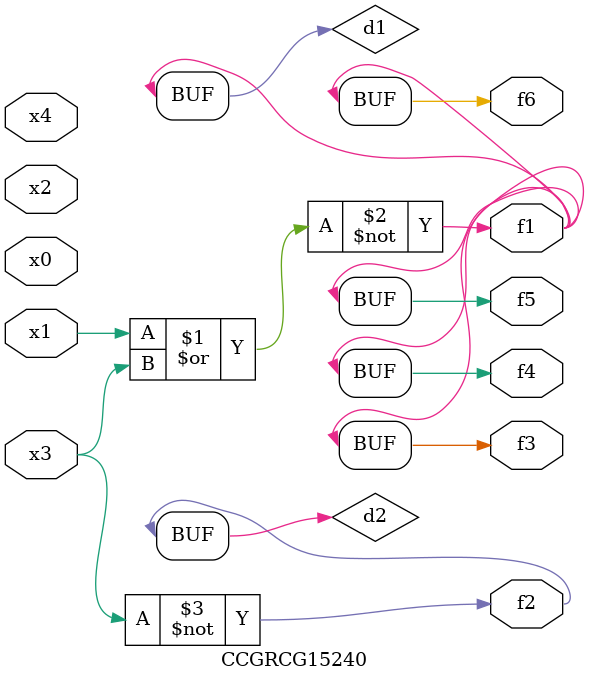
<source format=v>
module CCGRCG15240(
	input x0, x1, x2, x3, x4,
	output f1, f2, f3, f4, f5, f6
);

	wire d1, d2;

	nor (d1, x1, x3);
	not (d2, x3);
	assign f1 = d1;
	assign f2 = d2;
	assign f3 = d1;
	assign f4 = d1;
	assign f5 = d1;
	assign f6 = d1;
endmodule

</source>
